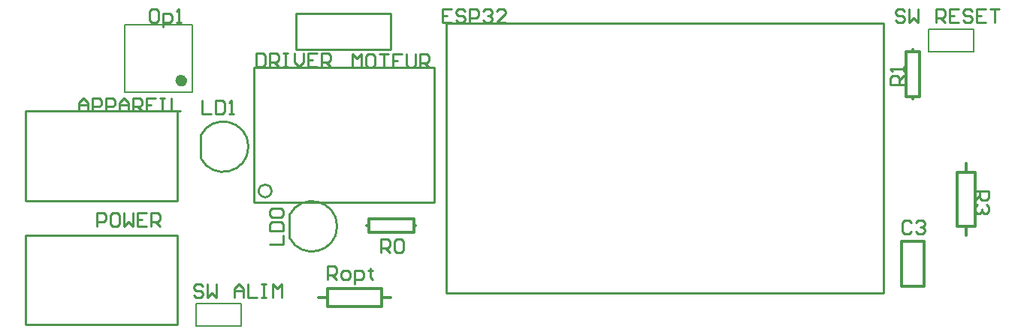
<source format=gto>
G04 Layer_Color=65535*
%FSLAX24Y24*%
%MOIN*%
G70*
G01*
G75*
%ADD22C,0.0100*%
%ADD23C,0.0354*%
%ADD24C,0.0120*%
%ADD25C,0.0098*%
%ADD26C,0.0079*%
G54D22*
X11306Y29921D02*
G03*
X11306Y29921I-283J0D01*
G01*
X12102Y27839D02*
G03*
X12102Y28854I996J508D01*
G01*
X8165Y31382D02*
G03*
X8165Y32397I996J508D01*
G01*
X7137Y29496D02*
Y33465D01*
X390D02*
X7137D01*
X390Y29496D02*
Y33465D01*
Y29496D02*
X7137D01*
Y23984D02*
Y27953D01*
X390D02*
X7137D01*
X390Y23984D02*
Y27953D01*
Y23984D02*
X7137D01*
X12098Y27846D02*
Y28846D01*
X8161Y31390D02*
Y32390D01*
X42520Y29921D02*
X43119D01*
Y29621D01*
X43020Y29521D01*
X42820D01*
X42720Y29621D01*
Y29921D01*
Y29721D02*
X42520Y29521D01*
X43020Y29321D02*
X43119Y29221D01*
Y29022D01*
X43020Y28922D01*
X42920D01*
X42820Y29022D01*
Y29122D01*
Y29022D01*
X42720Y28922D01*
X42620D01*
X42520Y29022D01*
Y29221D01*
X42620Y29321D01*
X39700Y28530D02*
X39600Y28630D01*
X39400D01*
X39300Y28530D01*
Y28130D01*
X39400Y28030D01*
X39600D01*
X39700Y28130D01*
X39900Y28530D02*
X40000Y28630D01*
X40200D01*
X40300Y28530D01*
Y28430D01*
X40200Y28330D01*
X40100D01*
X40200D01*
X40300Y28230D01*
Y28130D01*
X40200Y28030D01*
X40000D01*
X39900Y28130D01*
X3543Y28346D02*
Y28946D01*
X3843D01*
X3943Y28846D01*
Y28646D01*
X3843Y28546D01*
X3543D01*
X4443Y28946D02*
X4243D01*
X4143Y28846D01*
Y28446D01*
X4243Y28346D01*
X4443D01*
X4543Y28446D01*
Y28846D01*
X4443Y28946D01*
X4743D02*
Y28346D01*
X4943Y28546D01*
X5143Y28346D01*
Y28946D01*
X5743D02*
X5343D01*
Y28346D01*
X5743D01*
X5343Y28646D02*
X5543D01*
X5943Y28346D02*
Y28946D01*
X6242D01*
X6342Y28846D01*
Y28646D01*
X6242Y28546D01*
X5943D01*
X6142D02*
X6342Y28346D01*
X2756Y33465D02*
Y33864D01*
X2956Y34064D01*
X3156Y33864D01*
Y33465D01*
Y33764D01*
X2756D01*
X3356Y33465D02*
Y34064D01*
X3656D01*
X3756Y33964D01*
Y33764D01*
X3656Y33665D01*
X3356D01*
X3956Y33465D02*
Y34064D01*
X4255D01*
X4355Y33964D01*
Y33764D01*
X4255Y33665D01*
X3956D01*
X4555Y33465D02*
Y33864D01*
X4755Y34064D01*
X4955Y33864D01*
Y33465D01*
Y33764D01*
X4555D01*
X5155Y33465D02*
Y34064D01*
X5455D01*
X5555Y33964D01*
Y33764D01*
X5455Y33665D01*
X5155D01*
X5355D02*
X5555Y33465D01*
X6155Y34064D02*
X5755D01*
Y33465D01*
X6155D01*
X5755Y33764D02*
X5955D01*
X6355Y34064D02*
X6555D01*
X6455D01*
Y33465D01*
X6355D01*
X6555D01*
X6855Y34064D02*
Y33465D01*
X7254D01*
X8210Y33956D02*
Y33356D01*
X8610D01*
X8810Y33956D02*
Y33356D01*
X9110D01*
X9210Y33456D01*
Y33856D01*
X9110Y33956D01*
X8810D01*
X9410Y33356D02*
X9610D01*
X9510D01*
Y33956D01*
X9410Y33856D01*
X11211Y27559D02*
X11811D01*
Y27959D01*
X11211Y28159D02*
X11811D01*
Y28459D01*
X11711Y28559D01*
X11311D01*
X11211Y28459D01*
Y28159D01*
X11311Y28759D02*
X11211Y28859D01*
Y29059D01*
X11311Y29159D01*
X11711D01*
X11811Y29059D01*
Y28859D01*
X11711Y28759D01*
X11311D01*
X10630Y36033D02*
Y35433D01*
X10930D01*
X11030Y35533D01*
Y35933D01*
X10930Y36033D01*
X10630D01*
X11230Y35433D02*
Y36033D01*
X11530D01*
X11630Y35933D01*
Y35733D01*
X11530Y35633D01*
X11230D01*
X11430D02*
X11630Y35433D01*
X11830Y36033D02*
X12029D01*
X11930D01*
Y35433D01*
X11830D01*
X12029D01*
X12329Y36033D02*
Y35633D01*
X12529Y35433D01*
X12729Y35633D01*
Y36033D01*
X13329D02*
X12929D01*
Y35433D01*
X13329D01*
X12929Y35733D02*
X13129D01*
X13529Y35433D02*
Y36033D01*
X13829D01*
X13929Y35933D01*
Y35733D01*
X13829Y35633D01*
X13529D01*
X13729D02*
X13929Y35433D01*
X14890Y35418D02*
Y36018D01*
X15090Y35818D01*
X15290Y36018D01*
Y35418D01*
X15790Y36018D02*
X15590D01*
X15490Y35918D01*
Y35518D01*
X15590Y35418D01*
X15790D01*
X15890Y35518D01*
Y35918D01*
X15790Y36018D01*
X16090D02*
X16490D01*
X16290D01*
Y35418D01*
X17090Y36018D02*
X16690D01*
Y35418D01*
X17090D01*
X16690Y35718D02*
X16890D01*
X17290Y36018D02*
Y35518D01*
X17390Y35418D01*
X17590D01*
X17690Y35518D01*
Y36018D01*
X17889Y35418D02*
Y36018D01*
X18189D01*
X18289Y35918D01*
Y35718D01*
X18189Y35618D01*
X17889D01*
X18089D02*
X18289Y35418D01*
X16142Y27165D02*
Y27765D01*
X16442D01*
X16542Y27665D01*
Y27465D01*
X16442Y27365D01*
X16142D01*
X16342D02*
X16542Y27165D01*
X16742Y27665D02*
X16842Y27765D01*
X17041D01*
X17141Y27665D01*
Y27265D01*
X17041Y27165D01*
X16842D01*
X16742Y27265D01*
Y27665D01*
X39370Y34646D02*
X38770D01*
Y34946D01*
X38870Y35046D01*
X39070D01*
X39170Y34946D01*
Y34646D01*
Y34846D02*
X39370Y35046D01*
Y35245D02*
Y35445D01*
Y35345D01*
X38770D01*
X38870Y35245D01*
X8274Y25697D02*
X8174Y25797D01*
X7974D01*
X7874Y25697D01*
Y25597D01*
X7974Y25497D01*
X8174D01*
X8274Y25397D01*
Y25297D01*
X8174Y25197D01*
X7974D01*
X7874Y25297D01*
X8474Y25797D02*
Y25197D01*
X8674Y25397D01*
X8874Y25197D01*
Y25797D01*
X9673Y25197D02*
Y25597D01*
X9873Y25797D01*
X10073Y25597D01*
Y25197D01*
Y25497D01*
X9673D01*
X10273Y25797D02*
Y25197D01*
X10673D01*
X10873Y25797D02*
X11073D01*
X10973D01*
Y25197D01*
X10873D01*
X11073D01*
X11373D02*
Y25797D01*
X11573Y25597D01*
X11773Y25797D01*
Y25197D01*
X39376Y37901D02*
X39276Y38001D01*
X39076D01*
X38976Y37901D01*
Y37801D01*
X39076Y37701D01*
X39276D01*
X39376Y37602D01*
Y37502D01*
X39276Y37402D01*
X39076D01*
X38976Y37502D01*
X39576Y38001D02*
Y37402D01*
X39776Y37602D01*
X39976Y37402D01*
Y38001D01*
X40776Y37402D02*
Y38001D01*
X41076D01*
X41176Y37901D01*
Y37701D01*
X41076Y37602D01*
X40776D01*
X40976D02*
X41176Y37402D01*
X41775Y38001D02*
X41376D01*
Y37402D01*
X41775D01*
X41376Y37701D02*
X41576D01*
X42375Y37901D02*
X42275Y38001D01*
X42075D01*
X41975Y37901D01*
Y37801D01*
X42075Y37701D01*
X42275D01*
X42375Y37602D01*
Y37502D01*
X42275Y37402D01*
X42075D01*
X41975Y37502D01*
X42975Y38001D02*
X42575D01*
Y37402D01*
X42975D01*
X42575Y37701D02*
X42775D01*
X43175Y38001D02*
X43575D01*
X43375D01*
Y37402D01*
X19298Y38001D02*
X18898D01*
Y37402D01*
X19298D01*
X18898Y37701D02*
X19098D01*
X19897Y37901D02*
X19797Y38001D01*
X19597D01*
X19497Y37901D01*
Y37801D01*
X19597Y37701D01*
X19797D01*
X19897Y37602D01*
Y37502D01*
X19797Y37402D01*
X19597D01*
X19497Y37502D01*
X20097Y37402D02*
Y38001D01*
X20397D01*
X20497Y37901D01*
Y37701D01*
X20397Y37602D01*
X20097D01*
X20697Y37901D02*
X20797Y38001D01*
X20997D01*
X21097Y37901D01*
Y37801D01*
X20997Y37701D01*
X20897D01*
X20997D01*
X21097Y37602D01*
Y37502D01*
X20997Y37402D01*
X20797D01*
X20697Y37502D01*
X21697Y37402D02*
X21297D01*
X21697Y37801D01*
Y37901D01*
X21597Y38001D01*
X21397D01*
X21297Y37901D01*
X13780Y25984D02*
Y26584D01*
X14079D01*
X14179Y26484D01*
Y26284D01*
X14079Y26184D01*
X13780D01*
X13979D02*
X14179Y25984D01*
X14479D02*
X14679D01*
X14779Y26084D01*
Y26284D01*
X14679Y26384D01*
X14479D01*
X14379Y26284D01*
Y26084D01*
X14479Y25984D01*
X14979Y25784D02*
Y26384D01*
X15279D01*
X15379Y26284D01*
Y26084D01*
X15279Y25984D01*
X14979D01*
X15679Y26484D02*
Y26384D01*
X15579D01*
X15779D01*
X15679D01*
Y26084D01*
X15779Y25984D01*
X6205Y38001D02*
X6005D01*
X5906Y37901D01*
Y37502D01*
X6005Y37402D01*
X6205D01*
X6305Y37502D01*
Y37901D01*
X6205Y38001D01*
X6505Y37202D02*
Y37801D01*
X6805D01*
X6905Y37701D01*
Y37502D01*
X6805Y37402D01*
X6505D01*
X7105D02*
X7305D01*
X7205D01*
Y38001D01*
X7105Y37901D01*
G54D23*
X7378Y34827D02*
G03*
X7378Y34827I-79J0D01*
G01*
G54D24*
X40264Y25665D02*
Y27665D01*
X39264D02*
X40264D01*
X39264Y25665D02*
Y27665D01*
Y25665D02*
X40264D01*
X39744Y34114D02*
X40044D01*
Y36114D01*
X39444D02*
X40044D01*
X39444Y34114D02*
Y36114D01*
Y34114D02*
X39744D01*
Y36114D02*
Y36204D01*
Y34024D02*
Y34114D01*
X16192Y25197D02*
X16592D01*
X13392D02*
X13792D01*
Y24797D02*
X16192D01*
Y25597D01*
X13792D02*
X16192D01*
X13792Y24797D02*
Y25597D01*
X15610Y28066D02*
Y28366D01*
Y28066D02*
X17610D01*
Y28666D01*
X15610D02*
X17610D01*
X15610Y28366D02*
Y28666D01*
X17610Y28366D02*
X17700D01*
X15520D02*
X15610D01*
X41726Y28359D02*
X42526D01*
X41726D02*
Y30759D01*
X42526D01*
Y28359D02*
Y30759D01*
X42126Y27959D02*
Y28359D01*
Y30759D02*
Y31159D01*
G54D25*
X18524Y29421D02*
Y35421D01*
X10524D02*
X18524D01*
X10524Y29421D02*
Y35421D01*
Y29421D02*
X18524D01*
X19047Y25378D02*
X38447D01*
Y37378D01*
X19047D02*
X38447D01*
X19047Y25378D02*
Y37378D01*
X12392Y36208D02*
Y37808D01*
X16592D01*
Y36208D02*
Y37808D01*
X12392Y36208D02*
X16592D01*
G54D26*
X40445Y37114D02*
X42445D01*
X40445Y36114D02*
Y37114D01*
Y36114D02*
X42445D01*
Y37114D01*
X7799Y34327D02*
Y37327D01*
X4799D02*
X7799D01*
X4799Y34327D02*
Y37327D01*
Y34327D02*
X7799D01*
X7949Y23909D02*
X9949D01*
Y24909D01*
X7949D02*
X9949D01*
X7949Y23909D02*
Y24909D01*
M02*

</source>
